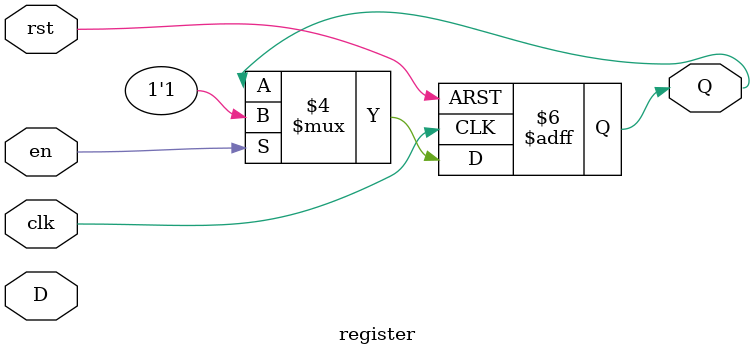
<source format=sv>
`timescale 1ns / 1ps

module register #(parameter N=1) 
(
 input clk, rst, en, 
 input [N-1:0] D, 
 output reg [N-1:0] Q 
 );
always @(posedge clk, posedge rst) 
begin       
    if (rst==1) 
        Q <= 0 ; 
    else if (en==1) 
        Q <= 1 ; end
// Notes: // - Reset is asynchronous , so this 
// block needs to execute when rst 
// goes high.
 // - We want enable to be synchronous 
 // (i.e. only happens on rising 
 // edge of clk), so it is left out 
 // of "sensitivity" list.

endmodule

</source>
